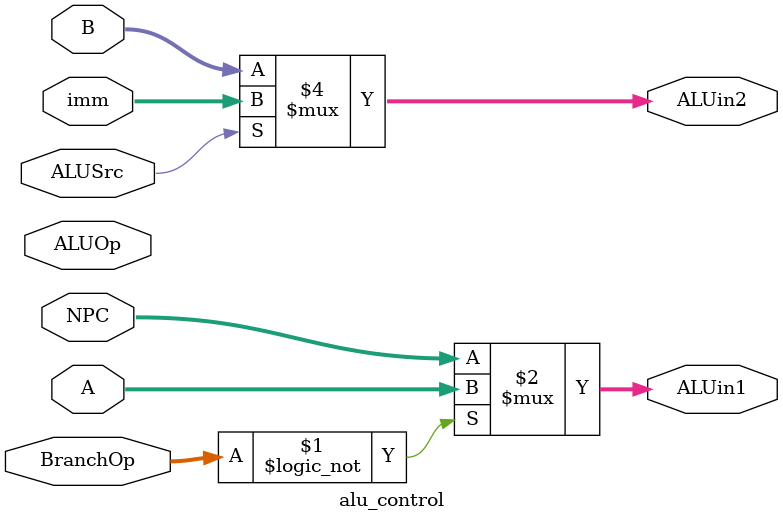
<source format=v>
module alu_control(A, B, imm, NPC, BranchOp, ALUSrc, ALUOp, ALUin1, ALUin2);
    input [31:0] A,B,imm, NPC;
    input [2:0] BranchOp; 
    input ALUSrc;
    input [3:0] ALUOp; 
    output [31:0] ALUin1, ALUin2; 
    
    // if it's a branching operation, then ALUin1 is NPC, else A
    assign ALUin1 = (BranchOp == 0) ? A : NPC; 
    
    // if ALUSrc is 0, choose B, else choose imm 
    assign ALUin2 = (ALUSrc == 0) ? B : imm;
    
endmodule

</source>
